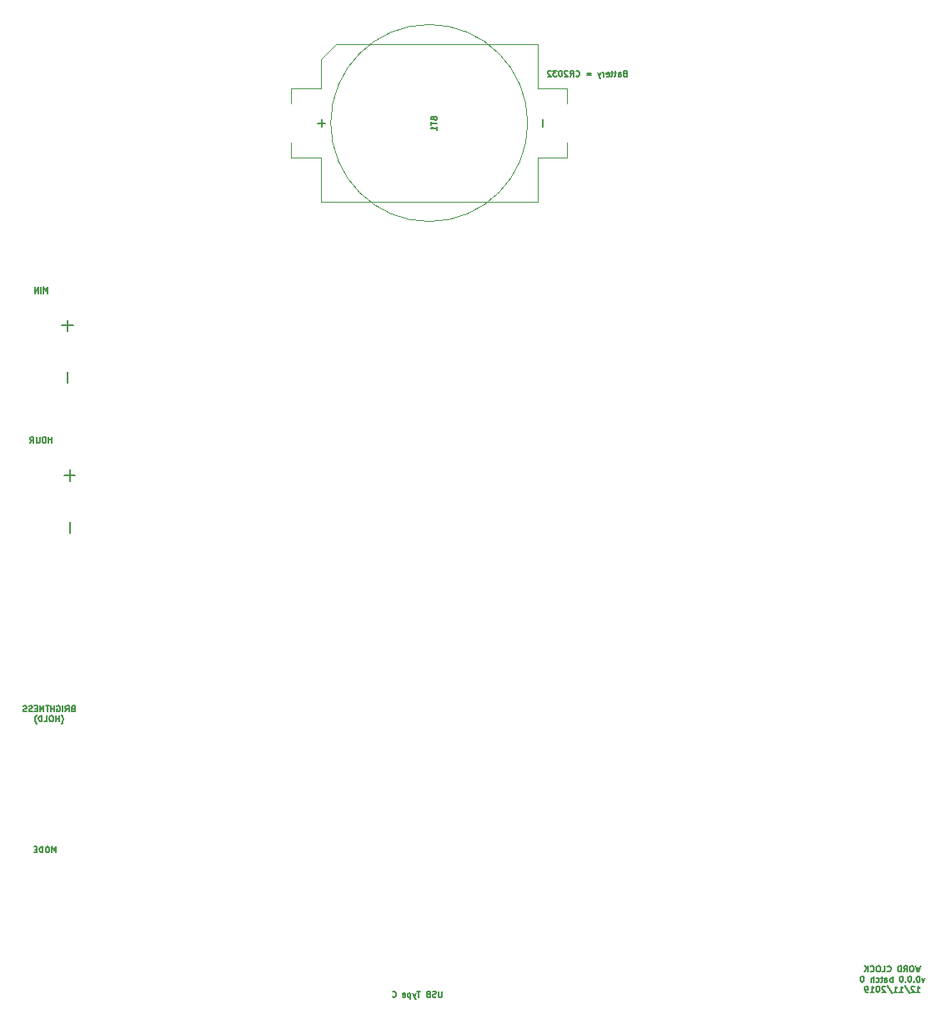
<source format=gbr>
G04 #@! TF.GenerationSoftware,KiCad,Pcbnew,(5.1.5)-2*
G04 #@! TF.CreationDate,2019-12-11T14:56:24-05:00*
G04 #@! TF.ProjectId,main,6d61696e-2e6b-4696-9361-645f70636258,rev?*
G04 #@! TF.SameCoordinates,Original*
G04 #@! TF.FileFunction,Legend,Bot*
G04 #@! TF.FilePolarity,Positive*
%FSLAX46Y46*%
G04 Gerber Fmt 4.6, Leading zero omitted, Abs format (unit mm)*
G04 Created by KiCad (PCBNEW (5.1.5)-2) date 2019-12-11 14:56:24*
%MOMM*%
%LPD*%
G04 APERTURE LIST*
%ADD10C,0.130000*%
%ADD11C,0.060000*%
%ADD12C,0.120000*%
%ADD13C,0.150000*%
G04 APERTURE END LIST*
D10*
X43080000Y-98539428D02*
X43080000Y-99025142D01*
X43051428Y-99082285D01*
X43022857Y-99110857D01*
X42965714Y-99139428D01*
X42851428Y-99139428D01*
X42794285Y-99110857D01*
X42765714Y-99082285D01*
X42737142Y-99025142D01*
X42737142Y-98539428D01*
X42480000Y-99110857D02*
X42394285Y-99139428D01*
X42251428Y-99139428D01*
X42194285Y-99110857D01*
X42165714Y-99082285D01*
X42137142Y-99025142D01*
X42137142Y-98968000D01*
X42165714Y-98910857D01*
X42194285Y-98882285D01*
X42251428Y-98853714D01*
X42365714Y-98825142D01*
X42422857Y-98796571D01*
X42451428Y-98768000D01*
X42480000Y-98710857D01*
X42480000Y-98653714D01*
X42451428Y-98596571D01*
X42422857Y-98568000D01*
X42365714Y-98539428D01*
X42222857Y-98539428D01*
X42137142Y-98568000D01*
X41680000Y-98825142D02*
X41594285Y-98853714D01*
X41565714Y-98882285D01*
X41537142Y-98939428D01*
X41537142Y-99025142D01*
X41565714Y-99082285D01*
X41594285Y-99110857D01*
X41651428Y-99139428D01*
X41880000Y-99139428D01*
X41880000Y-98539428D01*
X41680000Y-98539428D01*
X41622857Y-98568000D01*
X41594285Y-98596571D01*
X41565714Y-98653714D01*
X41565714Y-98710857D01*
X41594285Y-98768000D01*
X41622857Y-98796571D01*
X41680000Y-98825142D01*
X41880000Y-98825142D01*
X40908571Y-98539428D02*
X40565714Y-98539428D01*
X40737142Y-99139428D02*
X40737142Y-98539428D01*
X40422857Y-98739428D02*
X40280000Y-99139428D01*
X40137142Y-98739428D02*
X40280000Y-99139428D01*
X40337142Y-99282285D01*
X40365714Y-99310857D01*
X40422857Y-99339428D01*
X39908571Y-98739428D02*
X39908571Y-99339428D01*
X39908571Y-98768000D02*
X39851428Y-98739428D01*
X39737142Y-98739428D01*
X39680000Y-98768000D01*
X39651428Y-98796571D01*
X39622857Y-98853714D01*
X39622857Y-99025142D01*
X39651428Y-99082285D01*
X39680000Y-99110857D01*
X39737142Y-99139428D01*
X39851428Y-99139428D01*
X39908571Y-99110857D01*
X39137142Y-99110857D02*
X39194285Y-99139428D01*
X39308571Y-99139428D01*
X39365714Y-99110857D01*
X39394285Y-99053714D01*
X39394285Y-98825142D01*
X39365714Y-98768000D01*
X39308571Y-98739428D01*
X39194285Y-98739428D01*
X39137142Y-98768000D01*
X39108571Y-98825142D01*
X39108571Y-98882285D01*
X39394285Y-98939428D01*
X38051428Y-99082285D02*
X38080000Y-99110857D01*
X38165714Y-99139428D01*
X38222857Y-99139428D01*
X38308571Y-99110857D01*
X38365714Y-99053714D01*
X38394285Y-98996571D01*
X38422857Y-98882285D01*
X38422857Y-98796571D01*
X38394285Y-98682285D01*
X38365714Y-98625142D01*
X38308571Y-98568000D01*
X38222857Y-98539428D01*
X38165714Y-98539428D01*
X38080000Y-98568000D01*
X38051428Y-98596571D01*
X61666285Y-5353142D02*
X61580571Y-5381714D01*
X61552000Y-5410285D01*
X61523428Y-5467428D01*
X61523428Y-5553142D01*
X61552000Y-5610285D01*
X61580571Y-5638857D01*
X61637714Y-5667428D01*
X61866285Y-5667428D01*
X61866285Y-5067428D01*
X61666285Y-5067428D01*
X61609142Y-5096000D01*
X61580571Y-5124571D01*
X61552000Y-5181714D01*
X61552000Y-5238857D01*
X61580571Y-5296000D01*
X61609142Y-5324571D01*
X61666285Y-5353142D01*
X61866285Y-5353142D01*
X61009142Y-5667428D02*
X61009142Y-5353142D01*
X61037714Y-5296000D01*
X61094857Y-5267428D01*
X61209142Y-5267428D01*
X61266285Y-5296000D01*
X61009142Y-5638857D02*
X61066285Y-5667428D01*
X61209142Y-5667428D01*
X61266285Y-5638857D01*
X61294857Y-5581714D01*
X61294857Y-5524571D01*
X61266285Y-5467428D01*
X61209142Y-5438857D01*
X61066285Y-5438857D01*
X61009142Y-5410285D01*
X60809142Y-5267428D02*
X60580571Y-5267428D01*
X60723428Y-5067428D02*
X60723428Y-5581714D01*
X60694857Y-5638857D01*
X60637714Y-5667428D01*
X60580571Y-5667428D01*
X60466285Y-5267428D02*
X60237714Y-5267428D01*
X60380571Y-5067428D02*
X60380571Y-5581714D01*
X60352000Y-5638857D01*
X60294857Y-5667428D01*
X60237714Y-5667428D01*
X59809142Y-5638857D02*
X59866285Y-5667428D01*
X59980571Y-5667428D01*
X60037714Y-5638857D01*
X60066285Y-5581714D01*
X60066285Y-5353142D01*
X60037714Y-5296000D01*
X59980571Y-5267428D01*
X59866285Y-5267428D01*
X59809142Y-5296000D01*
X59780571Y-5353142D01*
X59780571Y-5410285D01*
X60066285Y-5467428D01*
X59523428Y-5667428D02*
X59523428Y-5267428D01*
X59523428Y-5381714D02*
X59494857Y-5324571D01*
X59466285Y-5296000D01*
X59409142Y-5267428D01*
X59352000Y-5267428D01*
X59209142Y-5267428D02*
X59066285Y-5667428D01*
X58923428Y-5267428D02*
X59066285Y-5667428D01*
X59123428Y-5810285D01*
X59152000Y-5838857D01*
X59209142Y-5867428D01*
X58237714Y-5353142D02*
X57780571Y-5353142D01*
X57780571Y-5524571D02*
X58237714Y-5524571D01*
X56694857Y-5610285D02*
X56723428Y-5638857D01*
X56809142Y-5667428D01*
X56866285Y-5667428D01*
X56952000Y-5638857D01*
X57009142Y-5581714D01*
X57037714Y-5524571D01*
X57066285Y-5410285D01*
X57066285Y-5324571D01*
X57037714Y-5210285D01*
X57009142Y-5153142D01*
X56952000Y-5096000D01*
X56866285Y-5067428D01*
X56809142Y-5067428D01*
X56723428Y-5096000D01*
X56694857Y-5124571D01*
X56094857Y-5667428D02*
X56294857Y-5381714D01*
X56437714Y-5667428D02*
X56437714Y-5067428D01*
X56209142Y-5067428D01*
X56152000Y-5096000D01*
X56123428Y-5124571D01*
X56094857Y-5181714D01*
X56094857Y-5267428D01*
X56123428Y-5324571D01*
X56152000Y-5353142D01*
X56209142Y-5381714D01*
X56437714Y-5381714D01*
X55866285Y-5124571D02*
X55837714Y-5096000D01*
X55780571Y-5067428D01*
X55637714Y-5067428D01*
X55580571Y-5096000D01*
X55552000Y-5124571D01*
X55523428Y-5181714D01*
X55523428Y-5238857D01*
X55552000Y-5324571D01*
X55894857Y-5667428D01*
X55523428Y-5667428D01*
X55152000Y-5067428D02*
X55094857Y-5067428D01*
X55037714Y-5096000D01*
X55009142Y-5124571D01*
X54980571Y-5181714D01*
X54952000Y-5296000D01*
X54952000Y-5438857D01*
X54980571Y-5553142D01*
X55009142Y-5610285D01*
X55037714Y-5638857D01*
X55094857Y-5667428D01*
X55152000Y-5667428D01*
X55209142Y-5638857D01*
X55237714Y-5610285D01*
X55266285Y-5553142D01*
X55294857Y-5438857D01*
X55294857Y-5296000D01*
X55266285Y-5181714D01*
X55237714Y-5124571D01*
X55209142Y-5096000D01*
X55152000Y-5067428D01*
X54752000Y-5067428D02*
X54380571Y-5067428D01*
X54580571Y-5296000D01*
X54494857Y-5296000D01*
X54437714Y-5324571D01*
X54409142Y-5353142D01*
X54380571Y-5410285D01*
X54380571Y-5553142D01*
X54409142Y-5610285D01*
X54437714Y-5638857D01*
X54494857Y-5667428D01*
X54666285Y-5667428D01*
X54723428Y-5638857D01*
X54752000Y-5610285D01*
X54152000Y-5124571D02*
X54123428Y-5096000D01*
X54066285Y-5067428D01*
X53923428Y-5067428D01*
X53866285Y-5096000D01*
X53837714Y-5124571D01*
X53809142Y-5181714D01*
X53809142Y-5238857D01*
X53837714Y-5324571D01*
X54180571Y-5667428D01*
X53809142Y-5667428D01*
X91697142Y-95985428D02*
X91554285Y-96585428D01*
X91440000Y-96156857D01*
X91325714Y-96585428D01*
X91182857Y-95985428D01*
X90840000Y-95985428D02*
X90725714Y-95985428D01*
X90668571Y-96014000D01*
X90611428Y-96071142D01*
X90582857Y-96185428D01*
X90582857Y-96385428D01*
X90611428Y-96499714D01*
X90668571Y-96556857D01*
X90725714Y-96585428D01*
X90840000Y-96585428D01*
X90897142Y-96556857D01*
X90954285Y-96499714D01*
X90982857Y-96385428D01*
X90982857Y-96185428D01*
X90954285Y-96071142D01*
X90897142Y-96014000D01*
X90840000Y-95985428D01*
X89982857Y-96585428D02*
X90182857Y-96299714D01*
X90325714Y-96585428D02*
X90325714Y-95985428D01*
X90097142Y-95985428D01*
X90040000Y-96014000D01*
X90011428Y-96042571D01*
X89982857Y-96099714D01*
X89982857Y-96185428D01*
X90011428Y-96242571D01*
X90040000Y-96271142D01*
X90097142Y-96299714D01*
X90325714Y-96299714D01*
X89725714Y-96585428D02*
X89725714Y-95985428D01*
X89582857Y-95985428D01*
X89497142Y-96014000D01*
X89440000Y-96071142D01*
X89411428Y-96128285D01*
X89382857Y-96242571D01*
X89382857Y-96328285D01*
X89411428Y-96442571D01*
X89440000Y-96499714D01*
X89497142Y-96556857D01*
X89582857Y-96585428D01*
X89725714Y-96585428D01*
X88325714Y-96528285D02*
X88354285Y-96556857D01*
X88440000Y-96585428D01*
X88497142Y-96585428D01*
X88582857Y-96556857D01*
X88640000Y-96499714D01*
X88668571Y-96442571D01*
X88697142Y-96328285D01*
X88697142Y-96242571D01*
X88668571Y-96128285D01*
X88640000Y-96071142D01*
X88582857Y-96014000D01*
X88497142Y-95985428D01*
X88440000Y-95985428D01*
X88354285Y-96014000D01*
X88325714Y-96042571D01*
X87782857Y-96585428D02*
X88068571Y-96585428D01*
X88068571Y-95985428D01*
X87468571Y-95985428D02*
X87354285Y-95985428D01*
X87297142Y-96014000D01*
X87240000Y-96071142D01*
X87211428Y-96185428D01*
X87211428Y-96385428D01*
X87240000Y-96499714D01*
X87297142Y-96556857D01*
X87354285Y-96585428D01*
X87468571Y-96585428D01*
X87525714Y-96556857D01*
X87582857Y-96499714D01*
X87611428Y-96385428D01*
X87611428Y-96185428D01*
X87582857Y-96071142D01*
X87525714Y-96014000D01*
X87468571Y-95985428D01*
X86611428Y-96528285D02*
X86640000Y-96556857D01*
X86725714Y-96585428D01*
X86782857Y-96585428D01*
X86868571Y-96556857D01*
X86925714Y-96499714D01*
X86954285Y-96442571D01*
X86982857Y-96328285D01*
X86982857Y-96242571D01*
X86954285Y-96128285D01*
X86925714Y-96071142D01*
X86868571Y-96014000D01*
X86782857Y-95985428D01*
X86725714Y-95985428D01*
X86640000Y-96014000D01*
X86611428Y-96042571D01*
X86354285Y-96585428D02*
X86354285Y-95985428D01*
X86011428Y-96585428D02*
X86268571Y-96242571D01*
X86011428Y-95985428D02*
X86354285Y-96328285D01*
X92111428Y-97215428D02*
X91968571Y-97615428D01*
X91825714Y-97215428D01*
X91482857Y-97015428D02*
X91425714Y-97015428D01*
X91368571Y-97044000D01*
X91340000Y-97072571D01*
X91311428Y-97129714D01*
X91282857Y-97244000D01*
X91282857Y-97386857D01*
X91311428Y-97501142D01*
X91340000Y-97558285D01*
X91368571Y-97586857D01*
X91425714Y-97615428D01*
X91482857Y-97615428D01*
X91540000Y-97586857D01*
X91568571Y-97558285D01*
X91597142Y-97501142D01*
X91625714Y-97386857D01*
X91625714Y-97244000D01*
X91597142Y-97129714D01*
X91568571Y-97072571D01*
X91540000Y-97044000D01*
X91482857Y-97015428D01*
X91025714Y-97558285D02*
X90997142Y-97586857D01*
X91025714Y-97615428D01*
X91054285Y-97586857D01*
X91025714Y-97558285D01*
X91025714Y-97615428D01*
X90625714Y-97015428D02*
X90568571Y-97015428D01*
X90511428Y-97044000D01*
X90482857Y-97072571D01*
X90454285Y-97129714D01*
X90425714Y-97244000D01*
X90425714Y-97386857D01*
X90454285Y-97501142D01*
X90482857Y-97558285D01*
X90511428Y-97586857D01*
X90568571Y-97615428D01*
X90625714Y-97615428D01*
X90682857Y-97586857D01*
X90711428Y-97558285D01*
X90740000Y-97501142D01*
X90768571Y-97386857D01*
X90768571Y-97244000D01*
X90740000Y-97129714D01*
X90711428Y-97072571D01*
X90682857Y-97044000D01*
X90625714Y-97015428D01*
X90168571Y-97558285D02*
X90140000Y-97586857D01*
X90168571Y-97615428D01*
X90197142Y-97586857D01*
X90168571Y-97558285D01*
X90168571Y-97615428D01*
X89768571Y-97015428D02*
X89711428Y-97015428D01*
X89654285Y-97044000D01*
X89625714Y-97072571D01*
X89597142Y-97129714D01*
X89568571Y-97244000D01*
X89568571Y-97386857D01*
X89597142Y-97501142D01*
X89625714Y-97558285D01*
X89654285Y-97586857D01*
X89711428Y-97615428D01*
X89768571Y-97615428D01*
X89825714Y-97586857D01*
X89854285Y-97558285D01*
X89882857Y-97501142D01*
X89911428Y-97386857D01*
X89911428Y-97244000D01*
X89882857Y-97129714D01*
X89854285Y-97072571D01*
X89825714Y-97044000D01*
X89768571Y-97015428D01*
X88854285Y-97615428D02*
X88854285Y-97015428D01*
X88854285Y-97244000D02*
X88797142Y-97215428D01*
X88682857Y-97215428D01*
X88625714Y-97244000D01*
X88597142Y-97272571D01*
X88568571Y-97329714D01*
X88568571Y-97501142D01*
X88597142Y-97558285D01*
X88625714Y-97586857D01*
X88682857Y-97615428D01*
X88797142Y-97615428D01*
X88854285Y-97586857D01*
X88054285Y-97615428D02*
X88054285Y-97301142D01*
X88082857Y-97244000D01*
X88140000Y-97215428D01*
X88254285Y-97215428D01*
X88311428Y-97244000D01*
X88054285Y-97586857D02*
X88111428Y-97615428D01*
X88254285Y-97615428D01*
X88311428Y-97586857D01*
X88340000Y-97529714D01*
X88340000Y-97472571D01*
X88311428Y-97415428D01*
X88254285Y-97386857D01*
X88111428Y-97386857D01*
X88054285Y-97358285D01*
X87854285Y-97215428D02*
X87625714Y-97215428D01*
X87768571Y-97015428D02*
X87768571Y-97529714D01*
X87740000Y-97586857D01*
X87682857Y-97615428D01*
X87625714Y-97615428D01*
X87168571Y-97586857D02*
X87225714Y-97615428D01*
X87340000Y-97615428D01*
X87397142Y-97586857D01*
X87425714Y-97558285D01*
X87454285Y-97501142D01*
X87454285Y-97329714D01*
X87425714Y-97272571D01*
X87397142Y-97244000D01*
X87340000Y-97215428D01*
X87225714Y-97215428D01*
X87168571Y-97244000D01*
X86911428Y-97615428D02*
X86911428Y-97015428D01*
X86654285Y-97615428D02*
X86654285Y-97301142D01*
X86682857Y-97244000D01*
X86740000Y-97215428D01*
X86825714Y-97215428D01*
X86882857Y-97244000D01*
X86911428Y-97272571D01*
X85797142Y-97015428D02*
X85740000Y-97015428D01*
X85682857Y-97044000D01*
X85654285Y-97072571D01*
X85625714Y-97129714D01*
X85597142Y-97244000D01*
X85597142Y-97386857D01*
X85625714Y-97501142D01*
X85654285Y-97558285D01*
X85682857Y-97586857D01*
X85740000Y-97615428D01*
X85797142Y-97615428D01*
X85854285Y-97586857D01*
X85882857Y-97558285D01*
X85911428Y-97501142D01*
X85940000Y-97386857D01*
X85940000Y-97244000D01*
X85911428Y-97129714D01*
X85882857Y-97072571D01*
X85854285Y-97044000D01*
X85797142Y-97015428D01*
X91297142Y-98645428D02*
X91640000Y-98645428D01*
X91468571Y-98645428D02*
X91468571Y-98045428D01*
X91525714Y-98131142D01*
X91582857Y-98188285D01*
X91640000Y-98216857D01*
X91068571Y-98102571D02*
X91040000Y-98074000D01*
X90982857Y-98045428D01*
X90840000Y-98045428D01*
X90782857Y-98074000D01*
X90754285Y-98102571D01*
X90725714Y-98159714D01*
X90725714Y-98216857D01*
X90754285Y-98302571D01*
X91097142Y-98645428D01*
X90725714Y-98645428D01*
X90040000Y-98016857D02*
X90554285Y-98788285D01*
X89525714Y-98645428D02*
X89868571Y-98645428D01*
X89697142Y-98645428D02*
X89697142Y-98045428D01*
X89754285Y-98131142D01*
X89811428Y-98188285D01*
X89868571Y-98216857D01*
X88954285Y-98645428D02*
X89297142Y-98645428D01*
X89125714Y-98645428D02*
X89125714Y-98045428D01*
X89182857Y-98131142D01*
X89240000Y-98188285D01*
X89297142Y-98216857D01*
X88268571Y-98016857D02*
X88782857Y-98788285D01*
X88097142Y-98102571D02*
X88068571Y-98074000D01*
X88011428Y-98045428D01*
X87868571Y-98045428D01*
X87811428Y-98074000D01*
X87782857Y-98102571D01*
X87754285Y-98159714D01*
X87754285Y-98216857D01*
X87782857Y-98302571D01*
X88125714Y-98645428D01*
X87754285Y-98645428D01*
X87382857Y-98045428D02*
X87325714Y-98045428D01*
X87268571Y-98074000D01*
X87240000Y-98102571D01*
X87211428Y-98159714D01*
X87182857Y-98274000D01*
X87182857Y-98416857D01*
X87211428Y-98531142D01*
X87240000Y-98588285D01*
X87268571Y-98616857D01*
X87325714Y-98645428D01*
X87382857Y-98645428D01*
X87440000Y-98616857D01*
X87468571Y-98588285D01*
X87497142Y-98531142D01*
X87525714Y-98416857D01*
X87525714Y-98274000D01*
X87497142Y-98159714D01*
X87468571Y-98102571D01*
X87440000Y-98074000D01*
X87382857Y-98045428D01*
X86611428Y-98645428D02*
X86954285Y-98645428D01*
X86782857Y-98645428D02*
X86782857Y-98045428D01*
X86840000Y-98131142D01*
X86897142Y-98188285D01*
X86954285Y-98216857D01*
X86325714Y-98645428D02*
X86211428Y-98645428D01*
X86154285Y-98616857D01*
X86125714Y-98588285D01*
X86068571Y-98502571D01*
X86040000Y-98388285D01*
X86040000Y-98159714D01*
X86068571Y-98102571D01*
X86097142Y-98074000D01*
X86154285Y-98045428D01*
X86268571Y-98045428D01*
X86325714Y-98074000D01*
X86354285Y-98102571D01*
X86382857Y-98159714D01*
X86382857Y-98302571D01*
X86354285Y-98359714D01*
X86325714Y-98388285D01*
X86268571Y-98416857D01*
X86154285Y-98416857D01*
X86097142Y-98388285D01*
X86068571Y-98359714D01*
X86040000Y-98302571D01*
X5092857Y-36814285D02*
X5092857Y-35671428D01*
X5092857Y-31528571D02*
X5092857Y-30385714D01*
X4521428Y-30957142D02*
X5664285Y-30957142D01*
X5292857Y-52014285D02*
X5292857Y-50871428D01*
X5292857Y-46728571D02*
X5292857Y-45585714D01*
X4721428Y-46157142D02*
X5864285Y-46157142D01*
X3057142Y-27671428D02*
X3057142Y-27071428D01*
X2857142Y-27500000D01*
X2657142Y-27071428D01*
X2657142Y-27671428D01*
X2371428Y-27671428D02*
X2371428Y-27071428D01*
X2085714Y-27671428D02*
X2085714Y-27071428D01*
X1742857Y-27671428D01*
X1742857Y-27071428D01*
X3500000Y-42871428D02*
X3500000Y-42271428D01*
X3500000Y-42557142D02*
X3157142Y-42557142D01*
X3157142Y-42871428D02*
X3157142Y-42271428D01*
X2757142Y-42271428D02*
X2642857Y-42271428D01*
X2585714Y-42300000D01*
X2528571Y-42357142D01*
X2500000Y-42471428D01*
X2500000Y-42671428D01*
X2528571Y-42785714D01*
X2585714Y-42842857D01*
X2642857Y-42871428D01*
X2757142Y-42871428D01*
X2814285Y-42842857D01*
X2871428Y-42785714D01*
X2900000Y-42671428D01*
X2900000Y-42471428D01*
X2871428Y-42357142D01*
X2814285Y-42300000D01*
X2757142Y-42271428D01*
X2242857Y-42271428D02*
X2242857Y-42757142D01*
X2214285Y-42814285D01*
X2185714Y-42842857D01*
X2128571Y-42871428D01*
X2014285Y-42871428D01*
X1957142Y-42842857D01*
X1928571Y-42814285D01*
X1899999Y-42757142D01*
X1899999Y-42271428D01*
X1271428Y-42871428D02*
X1471428Y-42585714D01*
X1614285Y-42871428D02*
X1614285Y-42271428D01*
X1385714Y-42271428D01*
X1328571Y-42300000D01*
X1299999Y-42328571D01*
X1271428Y-42385714D01*
X1271428Y-42471428D01*
X1299999Y-42528571D01*
X1328571Y-42557142D01*
X1385714Y-42585714D01*
X1614285Y-42585714D01*
X5600000Y-69842142D02*
X5514285Y-69870714D01*
X5485714Y-69899285D01*
X5457142Y-69956428D01*
X5457142Y-70042142D01*
X5485714Y-70099285D01*
X5514285Y-70127857D01*
X5571428Y-70156428D01*
X5800000Y-70156428D01*
X5800000Y-69556428D01*
X5600000Y-69556428D01*
X5542857Y-69585000D01*
X5514285Y-69613571D01*
X5485714Y-69670714D01*
X5485714Y-69727857D01*
X5514285Y-69785000D01*
X5542857Y-69813571D01*
X5600000Y-69842142D01*
X5800000Y-69842142D01*
X4857142Y-70156428D02*
X5057142Y-69870714D01*
X5200000Y-70156428D02*
X5200000Y-69556428D01*
X4971428Y-69556428D01*
X4914285Y-69585000D01*
X4885714Y-69613571D01*
X4857142Y-69670714D01*
X4857142Y-69756428D01*
X4885714Y-69813571D01*
X4914285Y-69842142D01*
X4971428Y-69870714D01*
X5200000Y-69870714D01*
X4600000Y-70156428D02*
X4600000Y-69556428D01*
X4000000Y-69585000D02*
X4057142Y-69556428D01*
X4142857Y-69556428D01*
X4228571Y-69585000D01*
X4285714Y-69642142D01*
X4314285Y-69699285D01*
X4342857Y-69813571D01*
X4342857Y-69899285D01*
X4314285Y-70013571D01*
X4285714Y-70070714D01*
X4228571Y-70127857D01*
X4142857Y-70156428D01*
X4085714Y-70156428D01*
X4000000Y-70127857D01*
X3971428Y-70099285D01*
X3971428Y-69899285D01*
X4085714Y-69899285D01*
X3714285Y-70156428D02*
X3714285Y-69556428D01*
X3714285Y-69842142D02*
X3371428Y-69842142D01*
X3371428Y-70156428D02*
X3371428Y-69556428D01*
X3171428Y-69556428D02*
X2828571Y-69556428D01*
X3000000Y-70156428D02*
X3000000Y-69556428D01*
X2628571Y-70156428D02*
X2628571Y-69556428D01*
X2285714Y-70156428D01*
X2285714Y-69556428D01*
X2000000Y-69842142D02*
X1800000Y-69842142D01*
X1714285Y-70156428D02*
X2000000Y-70156428D01*
X2000000Y-69556428D01*
X1714285Y-69556428D01*
X1485714Y-70127857D02*
X1400000Y-70156428D01*
X1257142Y-70156428D01*
X1200000Y-70127857D01*
X1171428Y-70099285D01*
X1142857Y-70042142D01*
X1142857Y-69985000D01*
X1171428Y-69927857D01*
X1200000Y-69899285D01*
X1257142Y-69870714D01*
X1371428Y-69842142D01*
X1428571Y-69813571D01*
X1457142Y-69785000D01*
X1485714Y-69727857D01*
X1485714Y-69670714D01*
X1457142Y-69613571D01*
X1428571Y-69585000D01*
X1371428Y-69556428D01*
X1228571Y-69556428D01*
X1142857Y-69585000D01*
X914285Y-70127857D02*
X828571Y-70156428D01*
X685714Y-70156428D01*
X628571Y-70127857D01*
X600000Y-70099285D01*
X571428Y-70042142D01*
X571428Y-69985000D01*
X600000Y-69927857D01*
X628571Y-69899285D01*
X685714Y-69870714D01*
X800000Y-69842142D01*
X857142Y-69813571D01*
X885714Y-69785000D01*
X914285Y-69727857D01*
X914285Y-69670714D01*
X885714Y-69613571D01*
X857142Y-69585000D01*
X800000Y-69556428D01*
X657142Y-69556428D01*
X571428Y-69585000D01*
X4457142Y-71415000D02*
X4485714Y-71386428D01*
X4542857Y-71300714D01*
X4571428Y-71243571D01*
X4600000Y-71157857D01*
X4628571Y-71015000D01*
X4628571Y-70900714D01*
X4600000Y-70757857D01*
X4571428Y-70672142D01*
X4542857Y-70615000D01*
X4485714Y-70529285D01*
X4457142Y-70500714D01*
X4228571Y-71186428D02*
X4228571Y-70586428D01*
X4228571Y-70872142D02*
X3885714Y-70872142D01*
X3885714Y-71186428D02*
X3885714Y-70586428D01*
X3485714Y-70586428D02*
X3371428Y-70586428D01*
X3314285Y-70615000D01*
X3257142Y-70672142D01*
X3228571Y-70786428D01*
X3228571Y-70986428D01*
X3257142Y-71100714D01*
X3314285Y-71157857D01*
X3371428Y-71186428D01*
X3485714Y-71186428D01*
X3542857Y-71157857D01*
X3600000Y-71100714D01*
X3628571Y-70986428D01*
X3628571Y-70786428D01*
X3600000Y-70672142D01*
X3542857Y-70615000D01*
X3485714Y-70586428D01*
X2685714Y-71186428D02*
X2971428Y-71186428D01*
X2971428Y-70586428D01*
X2485714Y-71186428D02*
X2485714Y-70586428D01*
X2342857Y-70586428D01*
X2257142Y-70615000D01*
X2200000Y-70672142D01*
X2171428Y-70729285D01*
X2142857Y-70843571D01*
X2142857Y-70929285D01*
X2171428Y-71043571D01*
X2200000Y-71100714D01*
X2257142Y-71157857D01*
X2342857Y-71186428D01*
X2485714Y-71186428D01*
X1942857Y-71415000D02*
X1914285Y-71386428D01*
X1857142Y-71300714D01*
X1828571Y-71243571D01*
X1800000Y-71157857D01*
X1771428Y-71015000D01*
X1771428Y-70900714D01*
X1800000Y-70757857D01*
X1828571Y-70672142D01*
X1857142Y-70615000D01*
X1914285Y-70529285D01*
X1942857Y-70500714D01*
X3885714Y-84471428D02*
X3885714Y-83871428D01*
X3685714Y-84300000D01*
X3485714Y-83871428D01*
X3485714Y-84471428D01*
X3085714Y-83871428D02*
X2971428Y-83871428D01*
X2914285Y-83900000D01*
X2857142Y-83957142D01*
X2828571Y-84071428D01*
X2828571Y-84271428D01*
X2857142Y-84385714D01*
X2914285Y-84442857D01*
X2971428Y-84471428D01*
X3085714Y-84471428D01*
X3142857Y-84442857D01*
X3200000Y-84385714D01*
X3228571Y-84271428D01*
X3228571Y-84071428D01*
X3200000Y-83957142D01*
X3142857Y-83900000D01*
X3085714Y-83871428D01*
X2571428Y-84471428D02*
X2571428Y-83871428D01*
X2428571Y-83871428D01*
X2342857Y-83900000D01*
X2285714Y-83957142D01*
X2257142Y-84014285D01*
X2228571Y-84128571D01*
X2228571Y-84214285D01*
X2257142Y-84328571D01*
X2285714Y-84385714D01*
X2342857Y-84442857D01*
X2428571Y-84471428D01*
X2571428Y-84471428D01*
X1971428Y-84157142D02*
X1771428Y-84157142D01*
X1685714Y-84471428D02*
X1971428Y-84471428D01*
X1971428Y-83871428D01*
X1685714Y-83871428D01*
D11*
X51800000Y-10400000D02*
G75*
G03X51800000Y-10400000I-10000000J0D01*
G01*
D12*
X32300000Y-2400000D02*
X30800000Y-3900000D01*
X52800000Y-18400000D02*
X41800000Y-18400000D01*
X52800000Y-18400000D02*
X52800000Y-13900000D01*
X30800000Y-18400000D02*
X41800000Y-18400000D01*
X30800000Y-13900000D02*
X30800000Y-18400000D01*
X55800000Y-13900000D02*
X52800000Y-13900000D01*
X55800000Y-13900000D02*
X55800000Y-12400000D01*
X32300000Y-2400000D02*
X41800000Y-2400000D01*
X30800000Y-3900000D02*
X30800000Y-6900000D01*
X27800000Y-6900000D02*
X30800000Y-6900000D01*
X27800000Y-6900000D02*
X27800000Y-8400000D01*
X27800000Y-13900000D02*
X30800000Y-13900000D01*
X27800000Y-12400000D02*
X27800000Y-13900000D01*
X52800000Y-2400000D02*
X41800000Y-2400000D01*
X52800000Y-6900000D02*
X52800000Y-2400000D01*
X55800000Y-6900000D02*
X52800000Y-6900000D01*
X55800000Y-8400000D02*
X55800000Y-6900000D01*
D10*
X42257142Y-9928571D02*
X42285714Y-10014285D01*
X42314285Y-10042857D01*
X42371428Y-10071428D01*
X42457142Y-10071428D01*
X42514285Y-10042857D01*
X42542857Y-10014285D01*
X42571428Y-9957142D01*
X42571428Y-9728571D01*
X41971428Y-9728571D01*
X41971428Y-9928571D01*
X42000000Y-9985714D01*
X42028571Y-10014285D01*
X42085714Y-10042857D01*
X42142857Y-10042857D01*
X42200000Y-10014285D01*
X42228571Y-9985714D01*
X42257142Y-9928571D01*
X42257142Y-9728571D01*
X41971428Y-10242857D02*
X41971428Y-10585714D01*
X42571428Y-10414285D02*
X41971428Y-10414285D01*
X42571428Y-11100000D02*
X42571428Y-10757142D01*
X42571428Y-10928571D02*
X41971428Y-10928571D01*
X42057142Y-10871428D01*
X42114285Y-10814285D01*
X42142857Y-10757142D01*
D13*
X53371428Y-10019047D02*
X53371428Y-10780952D01*
X30871428Y-10019047D02*
X30871428Y-10780952D01*
X31252380Y-10400000D02*
X30490476Y-10400000D01*
M02*

</source>
